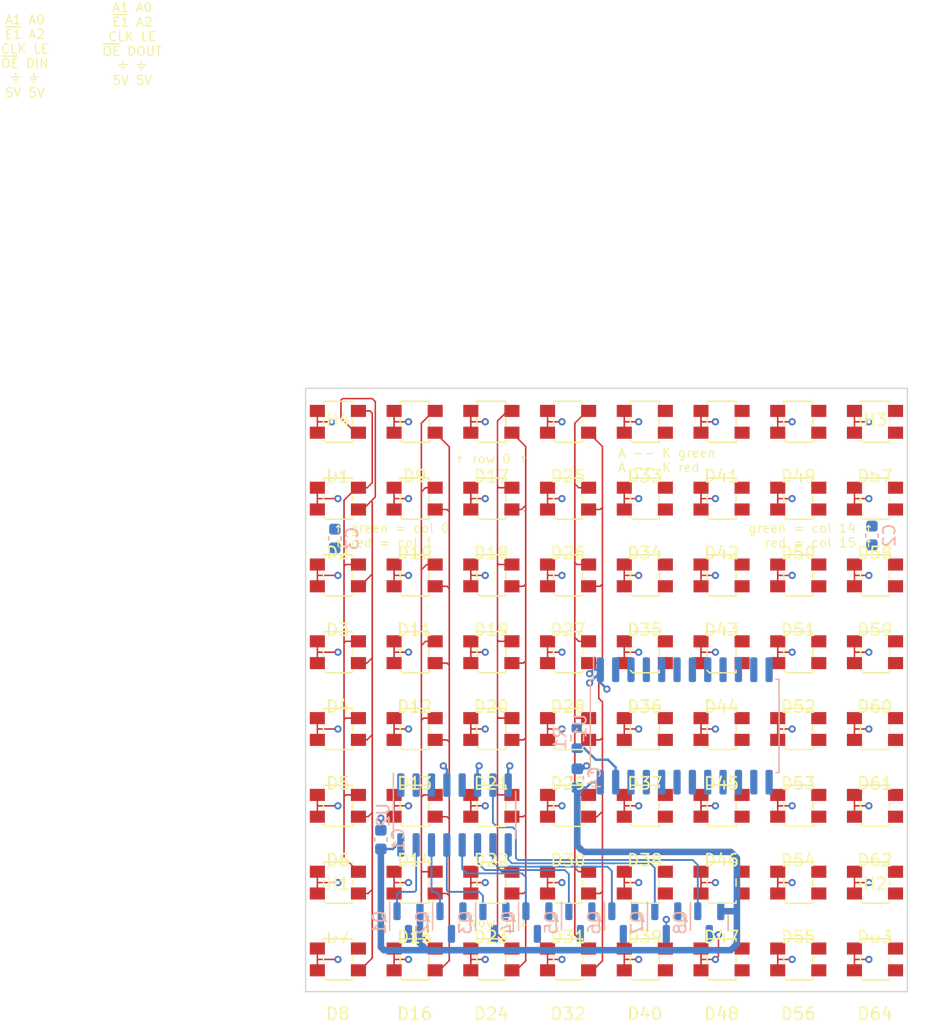
<source format=kicad_pcb>
(kicad_pcb (version 20220427) (generator pcbnew)
  (title_block (rev "1"))
  (layers (0 "F.Cu" signal) (1 "In1.Cu" signal) (2 "In2.Cu" signal) (31 "B.Cu" signal) (34 "B.Paste" user) (35 "F.Paste" user) (36 "B.SilkS" user "B.Silkscreen") (37 "F.SilkS" user "F.Silkscreen") (38 "B.Mask" user) (39 "F.Mask" user) (44 "Edge.Cuts" user))
  (net 0 "")
  (net 1 "/LED Matrix/K0")
  (net 2 "/LED Matrix/K1")
  (net 3 "/LED Matrix/K2")
  (net 4 "/LED Matrix/K3")
  (net 5 "/LED Matrix/K4")
  (net 6 "/LED Matrix/K5")
  (net 7 "/LED Matrix/K6")
  (net 8 "/LED Matrix/K7")
  (net 9 "/LED Matrix/K8")
  (net 10 "/LED Matrix/K9")
  (net 11 "/LED Matrix/K10")
  (net 12 "/LED Matrix/K11")
  (net 13 "/LED Matrix/K12")
  (net 14 "/LED Matrix/K13")
  (net 15 "/LED Matrix/K14")
  (net 16 "/LED Matrix/K15")
  (net 17 "/G0")
  (net 18 "+5V")
  (net 19 "/G1")
  (net 20 "/G2")
  (net 21 "/G3")
  (net 22 "/G4")
  (net 23 "/G5")
  (net 24 "/G6")
  (net 25 "/G7")
  (net 26 "/ROW_A0")
  (net 27 "/ROW_A2")
  (net 28 "/LE{slash}MOD{slash}CA")
  (net 29 "/DIN")
  (net 30 "GND")
  (net 31 "/ROW_A1")
  (net 32 "/ROW_~{E1}")
  (net 33 "/CLK")
  (net 34 "/~{OE}{slash}SW{slash}~{ED}")
  (net 35 "/DOUT")
  (net 36 "/A0")
  (net 37 "/A1")
  (net 38 "/A2")
  (net 39 "/A3")
  (net 40 "/A4")
  (net 41 "/A5")
  (net 42 "/A6")
  (net 43 "/A7")
  (net 44 "Net-(U1-R-EXT)")
  (footprint "panasonic_led_ln2162c68:LN2162C68" (layer "F.Cu") (at 90.17 95.25)
    (fp_text reference "D31")
    (fp_text value "LN2162C68")
  )
  (footprint "panasonic_led_ln2162c68:LN2162C68" (layer "F.Cu") (at 102.87 57.15)
    (fp_text reference "D41")
    (fp_text value "LN2162C68")
  )
  (footprint "panasonic_led_ln2162c68:LN2162C68" (layer "F.Cu") (at 115.57 95.25)
    (fp_text reference "D63")
    (fp_text value "LN2162C68")
  )
  (footprint "panasonic_led_ln2162c68:LN2162C68" (layer "F.Cu") (at 96.52 101.6)
    (fp_text reference "D40")
    (fp_text value "LN2162C68")
  )
  (footprint "panasonic_led_ln2162c68:LN2162C68" (layer "F.Cu") (at 102.87 95.25)
    (fp_text reference "D47")
    (fp_text value "LN2162C68")
  )
  (footprint "panasonic_led_ln2162c68:LN2162C68" (layer "F.Cu") (at 77.47 82.55)
    (fp_text reference "D13")
    (fp_text value "LN2162C68")
  )
  (footprint "panasonic_led_ln2162c68:LN2162C68" (layer "F.Cu") (at 96.52 88.9)
    (fp_text reference "D38")
    (fp_text value "LN2162C68")
  )
  (footprint "panasonic_led_ln2162c68:LN2162C68" (layer "F.Cu") (at 77.47 57.15)
    (fp_text reference "D9")
    (fp_text value "LN2162C68")
  )
  (footprint "panasonic_led_ln2162c68:LN2162C68" (layer "F.Cu") (at 109.22 101.6)
    (fp_text reference "D56")
    (fp_text value "LN2162C68")
  )
  (footprint "panasonic_led_ln2162c68:LN2162C68" (layer "F.Cu") (at 96.52 82.55)
    (fp_text reference "D37")
    (fp_text value "LN2162C68")
  )
  (footprint "panasonic_led_ln2162c68:LN2162C68" (layer "F.Cu") (at 77.47 101.6)
    (fp_text reference "D16")
    (fp_text value "LN2162C68")
  )
  (footprint "panasonic_led_ln2162c68:LN2162C68" (layer "F.Cu") (at 83.82 101.6)
    (fp_text reference "D24")
    (fp_text value "LN2162C68")
  )
  (footprint "panasonic_led_ln2162c68:LN2162C68" (layer "F.Cu") (at 102.87 101.6)
    (fp_text reference "D48")
    (fp_text value "LN2162C68")
  )
  (footprint "panasonic_led_ln2162c68:LN2162C68" (layer "F.Cu") (at 115.57 88.9)
    (fp_text reference "D62")
    (fp_text value "LN2162C68")
  )
  (footprint "panasonic_led_ln2162c68:LN2162C68" (layer "F.Cu") (at 71.12 63.5)
    (fp_text reference "D2")
    (fp_text value "LN2162C68")
  )
  (footprint "panasonic_led_ln2162c68:LN2162C68" (layer "F.Cu") (at 115.57 57.15)
    (fp_text reference "D57")
    (fp_text value "LN2162C68")
  )
  (footprint "panasonic_led_ln2162c68:LN2162C68" (layer "F.Cu") (at 109.22 76.2)
    (fp_text reference "D52")
    (fp_text value "LN2162C68")
  )
  (footprint "panasonic_led_ln2162c68:LN2162C68" (layer "F.Cu") (at 109.22 57.15)
    (fp_text reference "D49")
    (fp_text value "LN2162C68")
  )
  (footprint "panasonic_led_ln2162c68:LN2162C68" (layer "F.Cu") (at 115.57 101.6)
    (fp_text reference "D64")
    (fp_text value "LN2162C68")
  )
  (footprint "panasonic_led_ln2162c68:LN2162C68" (layer "F.Cu") (at 109.22 95.25)
    (fp_text reference "D55")
    (fp_text value "LN2162C68")
  )
  (footprint "MountingHole:MountingHole_2.2mm_M2" (layer "F.Cu") (at 71.12 98.552)
    (fp_text reference "H1")
    (fp_text value "MountingHole")
  )
  (footprint "panasonic_led_ln2162c68:LN2162C68" (layer "F.Cu") (at 83.82 69.85)
    (fp_text reference "D19")
    (fp_text value "LN2162C68")
  )
  (footprint "panasonic_led_ln2162c68:LN2162C68" (layer "F.Cu") (at 71.12 57.15)
    (fp_text reference "D1")
    (fp_text value "LN2162C68")
  )
  (footprint "panasonic_led_ln2162c68:LN2162C68" (layer "F.Cu") (at 71.12 88.9)
    (fp_text reference "D6")
    (fp_text value "LN2162C68")
  )
  (footprint "panasonic_led_ln2162c68:LN2162C68" (layer "F.Cu") (at 90.17 88.9)
    (fp_text reference "D30")
    (fp_text value "LN2162C68")
  )
  (footprint "panasonic_led_ln2162c68:LN2162C68" (layer "F.Cu") (at 83.82 57.15)
    (fp_text reference "D17")
    (fp_text value "LN2162C68")
  )
  (footprint "panasonic_led_ln2162c68:LN2162C68" (layer "F.Cu") (at 102.87 88.9)
    (fp_text reference "D46")
    (fp_text value "LN2162C68")
  )
  (footprint "panasonic_led_ln2162c68:LN2162C68" (layer "F.Cu") (at 109.22 69.85)
    (fp_text reference "D51")
    (fp_text value "LN2162C68")
  )
  (footprint "MountingHole:MountingHole_2.2mm_M2" (layer "F.Cu") (at 71.12 60.198)
    (fp_text reference "H4")
    (fp_text value "MountingHole")
  )
  (footprint "panasonic_led_ln2162c68:LN2162C68" (layer "F.Cu") (at 90.17 82.55)
    (fp_text reference "D29")
    (fp_text value "LN2162C68")
  )
  (footprint "panasonic_led_ln2162c68:LN2162C68" (layer "F.Cu") (at 90.17 76.2)
    (fp_text reference "D28")
    (fp_text value "LN2162C68")
  )
  (footprint "panasonic_led_ln2162c68:LN2162C68" (layer "F.Cu") (at 96.52 69.85)
    (fp_text reference "D35")
    (fp_text value "LN2162C68")
  )
  (footprint "panasonic_led_ln2162c68:LN2162C68" (layer "F.Cu") (at 96.52 95.25)
    (fp_text reference "D39")
    (fp_text value "LN2162C68")
  )
  (footprint "panasonic_led_ln2162c68:LN2162C68" (layer "F.Cu") (at 109.22 82.55)
    (fp_text reference "D53")
    (fp_text value "LN2162C68")
  )
  (footprint "MountingHole:MountingHole_2.2mm_M2" (layer "F.Cu") (at 115.57 60.198)
    (fp_text reference "H3")
    (fp_text value "MountingHole")
  )
  (footprint "panasonic_led_ln2162c68:LN2162C68" (layer "F.Cu") (at 115.57 82.55)
    (fp_text reference "D61")
    (fp_text value "LN2162C68")
  )
  (footprint "panasonic_led_ln2162c68:LN2162C68" (layer "F.Cu") (at 71.12 69.85)
    (fp_text reference "D3")
    (fp_text value "LN2162C68")
  )
  (footprint "panasonic_led_ln2162c68:LN2162C68" (layer "F.Cu") (at 83.82 95.25)
    (fp_text reference "D23")
    (fp_text value "LN2162C68")
  )
  (footprint "panasonic_led_ln2162c68:LN2162C68" (layer "F.Cu") (at 96.52 76.2)
    (fp_text reference "D36")
    (fp_text value "LN2162C68")
  )
  (footprint "panasonic_led_ln2162c68:LN2162C68" (layer "F.Cu") (at 71.12 95.25)
    (fp_text reference "D7")
    (fp_text value "LN2162C68")
  )
  (footprint "panasonic_led_ln2162c68:LN2162C68" (layer "F.Cu") (at 102.87 82.55)
    (fp_text reference "D45")
    (fp_text value "LN2162C68")
  )
  (footprint "panasonic_led_ln2162c68:LN2162C68" (layer "F.Cu") (at 115.57 76.2)
    (fp_text reference "D60")
    (fp_text value "LN2162C68")
  )
  (footprint "panasonic_led_ln2162c68:LN2162C68" (layer "F.Cu") (at 83.82 76.2)
    (fp_text reference "D20")
    (fp_text value "LN2162C68")
  )
  (footprint "panasonic_led_ln2162c68:LN2162C68" (layer "F.Cu") (at 90.17 69.85)
    (fp_text reference "D27")
    (fp_text value "LN2162C68")
  )
  (footprint "panasonic_led_ln2162c68:LN2162C68" (layer "F.Cu") (at 83.82 88.9)
    (fp_text reference "D22")
    (fp_text value "LN2162C68")
  )
  (footprint "panasonic_led_ln2162c68:LN2162C68" (layer "F.Cu") (at 77.47 95.25)
    (fp_text reference "D15")
    (fp_text value "LN2162C68")
  )
  (footprint "MountingHole:MountingHole_2.2mm_M2" (layer "F.Cu") (at 115.57 98.552)
    (fp_text reference "H2")
    (fp_text value "MountingHole")
  )
  (footprint "panasonic_led_ln2162c68:LN2162C68" (layer "F.Cu") (at 102.87 63.5)
    (fp_text reference "D42")
    (fp_text value "LN2162C68")
  )
  (footprint "panasonic_led_ln2162c68:LN2162C68" (layer "F.Cu") (at 102.87 76.2)
    (fp_text reference "D44")
    (fp_text value "LN2162C68")
  )
  (footprint "panasonic_led_ln2162c68:LN2162C68" (layer "F.Cu") (at 109.22 88.9)
    (fp_text reference "D54")
    (fp_text value "LN2162C68")
  )
  (footprint "panasonic_led_ln2162c68:LN2162C68" (layer "F.Cu") (at 90.17 101.6)
    (fp_text reference "D32")
    (fp_text value "LN2162C68")
  )
  (footprint "panasonic_led_ln2162c68:LN2162C68" (layer "F.Cu") (at 90.17 63.5)
    (fp_text reference "D26")
    (fp_text value "LN2162C68")
  )
  (footprint "panasonic_led_ln2162c68:LN2162C68" (layer "F.Cu") (at 77.47 69.85)
    (fp_text reference "D11")
    (fp_text value "LN2162C68")
  )
  (footprint "panasonic_led_ln2162c68:LN2162C68" (layer "F.Cu") (at 77.47 76.2)
    (fp_text reference "D12")
    (fp_text value "LN2162C68")
  )
  (footprint "panasonic_led_ln2162c68:LN2162C68" (layer "F.Cu") (at 96.52 57.15)
    (fp_text reference "D33")
    (fp_text value "LN2162C68")
  )
  (footprint "panasonic_led_ln2162c68:LN2162C68" (layer "F.Cu") (at 90.17 57.15)
    (fp_text reference "D25")
    (fp_text value "LN2162C68")
  )
  (footprint "panasonic_led_ln2162c68:LN2162C68" (layer "F.Cu") (at 71.12 82.55)
    (fp_text reference "D5")
    (fp_text value "LN2162C68")
  )
  (footprint "panasonic_led_ln2162c68:LN2162C68" (layer "F.Cu") (at 115.57 69.85)
    (fp_text reference "D59")
    (fp_text value "LN2162C68")
  )
  (footprint "panasonic_led_ln2162c68:LN2162C68" (layer "F.Cu") (at 71.12 76.2)
    (fp_text reference "D4")
    (fp_text value "LN2162C68")
  )
  (footprint "panasonic_led_ln2162c68:LN2162C68" (layer "F.Cu") (at 102.87 69.85)
    (fp_text reference "D43")
    (fp_text value "LN2162C68")
  )
  (footprint "panasonic_led_ln2162c68:LN2162C68" (layer "F.Cu") (at 77.47 63.5)
    (fp_text reference "D10")
    (fp_text value "LN2162C68")
  )
  (footprint "panasonic_led_ln2162c68:LN2162C68" (layer "F.Cu") (at 77.47 88.9)
    (fp_text reference "D14")
    (fp_text value "LN2162C68")
  )
  (footprint "panasonic_led_ln2162c68:LN2162C68" (layer "F.Cu") (at 109.22 63.5)
    (fp_text reference "D50")
    (fp_text value "LN2162C68")
  )
  (footprint "panasonic_led_ln2162c68:LN2162C68" (layer "F.Cu") (at 71.12 101.6)
    (fp_text reference "D8")
    (fp_text value "LN2162C68")
  )
  (footprint "panasonic_led_ln2162c68:LN2162C68" (layer "F.Cu") (at 83.82 82.55)
    (fp_text reference "D21")
    (fp_text value "LN2162C68")
  )
  (footprint "panasonic_led_ln2162c68:LN2162C68" (layer "F.Cu") (at 96.52 63.5)
    (fp_text reference "D34")
    (fp_text value "LN2162C68")
  )
  (footprint "panasonic_led_ln2162c68:LN2162C68" (layer "F.Cu") (at 115.57 63.5)
    (fp_text reference "D58")
    (fp_text value "LN2162C68")
  )
  (footprint "panasonic_led_ln2162c68:LN2162C68" (layer "F.Cu") (at 83.82 63.5)
    (fp_text reference "D18")
    (fp_text value "LN2162C68")
  )
  (footprint "Package_TO_SOT_SMD:SOT-23" (layer "B.Cu") (at 87.63 98.552 -90)
    (fp_text reference "Q4")
    (fp_text value "BSS84")
  )
  (footprint "Package_TO_SOT_SMD:SOT-23" (layer "B.Cu") (at 101.854 98.552 -90)
    (fp_text reference "Q8")
    (fp_text value "BSS84")
  )
  (footprint "Package_TO_SOT_SMD:SOT-23" (layer "B.Cu") (at 84.074 98.552 -90)
    (fp_text reference "Q3")
    (fp_text value "BSS84")
  )
  (footprint "Resistor_SMD:R_0603_1608Metric" (layer "B.Cu") (at 90.932 83.312 -90)
    (fp_text reference "R1")
    (fp_text value "10k")
  )
  (footprint "Package_SO:SOIC-24W_7.5x15.4mm_P1.27mm" (layer "B.Cu") (at 99.822 82.296 -90)
    (fp_text reference "U1")
    (fp_text value "mbi5029gd")
  )
  (footprint "Package_TO_SOT_SMD:SOT-23" (layer "B.Cu") (at 91.186 98.552 -90)
    (fp_text reference "Q5")
    (fp_text value "BSS84")
  )
  (footprint "Package_TO_SOT_SMD:SOT-23" (layer "B.Cu") (at 94.742 98.552 -90)
    (fp_text reference "Q6")
    (fp_text value "BSS84")
  )
  (footprint "Package_TO_SOT_SMD:SOT-23" (layer "B.Cu") (at 80.518 98.552 -90)
    (fp_text reference "Q2")
    (fp_text value "BSS84")
  )
  (footprint "Package_SO:SOIC-16_3.9x9.9mm_P1.27mm" (layer "B.Cu") (at 80.772 89.662 -90)
    (fp_text reference "U2")
    (fp_text value "74HC137")
  )
  (footprint "Capacitor_SMD:C_0603_1608Metric" (layer "B.Cu") (at 90.932 86.614 90)
    (fp_text reference "C4")
    (fp_text value "100n")
  )
  (footprint "Package_TO_SOT_SMD:SOT-23" (layer "B.Cu") (at 98.298 98.552 -90)
    (fp_text reference "Q7")
    (fp_text value "BSS84")
  )
  (footprint "Capacitor_SMD:C_0603_1608Metric" (layer "B.Cu") (at 74.676 91.694 90)
    (fp_text reference "C1")
    (fp_text value "100n")
  )
  (footprint "Capacitor_SMD:C_0603_1608Metric" (layer "B.Cu") (at 70.866 66.802 90)
    (fp_text reference "C3")
    (fp_text value "10u")
  )
  (footprint "Capacitor_SMD:C_0603_1608Metric" (layer "B.Cu") (at 115.316 66.548 90)
    (fp_text reference "C2")
    (fp_text value "10u")
  )
  (footprint "Package_TO_SOT_SMD:SOT-23" (layer "B.Cu") (at 76.962 98.552 -90)
    (fp_text reference "Q1")
    (fp_text value "BSS84")
  )
  (gr_line (start 118.245 104.267) (end 68.445 104.267) (stroke (width 0.1)) (layer "Edge.Cuts"))
  (gr_line (start 68.445 104.267) (end 68.445 54.38) (stroke (width 0.1)) (layer "Edge.Cuts"))
  (gr_line (start 118.245 54.38) (end 118.245 104.267) (stroke (width 0.1)) (layer "Edge.Cuts"))
  (gr_line (start 118.245 54.38) (end 68.445 54.38) (stroke (width 0.1)) (layer "Edge.Cuts"))
  (gr_text "↑ row 0 ↑" (at 83.82 60.198) (layer "F.SilkS") (effects (font (size 0.75 0.75) (thickness 0.1))))
  (gr_text "↑ green = col 0\n↑ red = col 1" (at 70.612 66.548) (layer "F.SilkS") (effects (font (size 0.75 0.75) (thickness 0.1)) (justify left)))
  (gr_text "green = col 14 ↑\nred = col 15 ↑" (at 115.57 66.548) (layer "F.SilkS") (effects (font (size 0.75 0.75) (thickness 0.1)) (justify right)))
  (gr_text "A1 A0\n~{E1} A2\nCLK LE\n~{OE} DOUT\n⏚ ⏚\n5V 5V" (at 54.102 25.908) (layer "F.SilkS") (effects (font (size 0.75 0.75) (thickness 0.1))))
  (gr_text "↓ row 7 ↓" (at 83.82 98.552) (layer "F.SilkS") (effects (font (size 0.75 0.75) (thickness 0.1))))
  (gr_text "A -- K green\nA -- K red" (at 94.234 60.325) (layer "F.SilkS") (effects (font (size 0.75 0.75) (thickness 0.1)) (justify left)))
  (gr_text "A1 A0\n~{E1} A2\nCLK LE\n~{OE} DIN\n⏚ ⏚\n5V 5V" (at 45.212 26.924) (layer "F.SilkS") (effects (font (size 0.75 0.75) (thickness 0.1))))
  (segment (start 73.544 62.6) (end 72.82 62.6) (width 0.127) (layer "F.Cu") (net 1))
  (segment (start 71.628 88.138) (end 71.628 93.158) (width 0.127) (layer "F.Cu") (net 1))
  (segment (start 73.9625 56.4365) (end 73.9625 62.1815) (width 0.127) (layer "F.Cu") (net 1))
  (segment (start 71.628 75.438) (end 71.628 81.788) (width 0.127) (layer "F.Cu") (net 1))
  (segment (start 72.82 88) (end 71.766 88) (width 0.127) (layer "F.Cu") (net 1))
  (segment (start 72.82 75.3) (end 71.766 75.3) (width 0.127) (layer "F.Cu") (net 1))
  (segment (start 71.628 93.158) (end 72.82 94.35) (width 0.127) (layer "F.Cu") (net 1))
  (segment (start 72.82 56.25) (end 73.776 56.25) (width 0.127) (layer "F.Cu") (net 1))
  (segment (start 71.628 81.788) (end 71.628 88.138) (width 0.127) (layer "F.Cu") (net 1))
  (segment (start 72.6645 62.6) (end 71.628 63.6365) (width 0.127) (layer "F.Cu") (net 1))
  (segment (start 72.82 56.25) (end 72.46 56.25) (width 0.127) (layer "F.Cu") (net 1))
  (segment (start 71.766 88) (end 71.628 88.138) (width 0.127) (layer "F.Cu") (net 1))
  (segment (start 71.766 75.3) (end 71.628 75.438) (width 0.127) (layer "F.Cu") (net 1))
  (segment (start 72.82 68.95) (end 71.766 68.95) (width 0.127) (layer "F.Cu") (net 1))
  (segment (start 71.628 63.6365) (end 71.628 75.438) (width 0.127) (layer "F.Cu") (net 1))
  (segment (start 71.766 68.95) (end 71.628 69.088) (width 0.127) (layer "F.Cu") (net 1))
  (segment (start 71.766 81.65) (end 71.628 81.788) (width 0.127) (layer "F.Cu") (net 1))
  (segment (start 72.82 81.65) (end 71.766 81.65) (width 0.127) (layer "F.Cu") (net 1))
  (segment (start 73.776 56.25) (end 73.9625 56.4365) (width 0.127) (layer "F.Cu") (net 1))
  (segment (start 72.82 62.6) (end 72.6645 62.6) (width 0.127) (layer "F.Cu") (net 1))
  (segment (start 73.9625 62.1815) (end 73.544 62.6) (width 0.127) (layer "F.Cu") (net 1))
  (segment (start 72.945 102.5) (end 72.82 102.5) (width 0.127) (layer "F.Cu") (net 2))
  (segment (start 73.9625 101.4825) (end 72.945 102.5) (width 0.127) (layer "F.Cu") (net 2))
  (segment (start 73.18 64.4) (end 73.87 63.71) (width 0.127) (layer "F.Cu") (net 2))
  (segment (start 73.9625 95.8065) (end 73.9625 101.4825) (width 0.127) (layer "F.Cu") (net 2))
  (segment (start 72.82 64.4) (end 73.18 64.4) (width 0.127) (layer "F.Cu") (net 2))
  (segment (start 72.82 96.15) (end 73.619 96.15) (width 0.127) (layer "F.Cu") (net 2))
  (segment (start 73.9625 76.6595) (end 73.9625 83.0095) (width 0.127) (layer "F.Cu") (net 2))
  (segment (start 73.9625 69.7325) (end 73.9625 63.8025) (width 0.127) (layer "F.Cu") (net 2))
  (segment (start 73.619 89.8) (end 73.9625 89.4565) (width 0.127) (layer "F.Cu") (net 2))
  (segment (start 72.82 70.75) (end 72.945 70.75) (width 0.127) (layer "F.Cu") (net 2))
  (segment (start 74.2165 63.3635) (end 74.2165 55.4865) (width 0.127) (layer "F.Cu") (net 2))
  (segment (start 73.87 63.71) (end 74.2165 63.3635) (width 0.127) (layer "F.Cu") (net 2))
  (segment (start 73.619 96.15) (end 73.9625 95.8065) (width 0.127) (layer "F.Cu") (net 2))
  (segment (start 71.374 56.8465) (end 72.5775 58.05) (width 0.127) (layer "F.Cu") (net 2))
  (segment (start 74.2165 55.4865) (end 73.9625 55.2325) (width 0.127) (layer "F.Cu") (net 2))
  (segment (start 73.9625 63.8025) (end 73.87 63.71) (width 0.127) (layer "F.Cu") (net 2))
  (segment (start 73.9625 89.4565) (end 73.9625 95.8065) (width 0.127) (layer "F.Cu") (net 2))
  (segment (start 73.9625 55.2325) (end 71.5135 55.2325) (width 0.127) (layer "F.Cu") (net 2))
  (segment (start 72.82 89.8) (end 73.619 89.8) (width 0.127) (layer "F.Cu") (net 2))
  (segment (start 72.82 77.1) (end 73.522 77.1) (width 0.127) (layer "F.Cu") (net 2))
  (segment (start 72.945 70.75) (end 73.9625 69.7325) (width 0.127) (layer "F.Cu") (net 2))
  (segment (start 72.5775 58.05) (end 72.82 58.05) (width 0.127) (layer "F.Cu") (net 2))
  (segment (start 73.522 77.1) (end 73.9625 76.6595) (width 0.127) (layer "F.Cu") (net 2))
  (segment (start 73.9625 69.7325) (end 73.9625 76.6595) (width 0.127) (layer "F.Cu") (net 2))
  (segment (start 71.5135 55.2325) (end 71.374 55.372) (width 0.127) (layer "F.Cu") (net 2))
  (segment (start 73.522 83.45) (end 73.9625 83.0095) (width 0.127) (layer "F.Cu") (net 2))
  (segment (start 71.374 55.372) (end 71.374 56.8465) (width 0.127) (layer "F.Cu") (net 2))
  (segment (start 72.82 83.45) (end 73.522 83.45) (width 0.127) (layer "F.Cu") (net 2))
  (segment (start 73.9625 83.0095) (end 73.9625 89.4565) (width 0.127) (layer "F.Cu") (net 2))
  (segment (start 78.0275 62.9425) (end 78.0275 69.3915) (width 0.127) (layer "F.Cu") (net 3))
  (segment (start 79.17 94.35) (end 78.094 94.35) (width 0.127) (layer "F.Cu") (net 3))
  (segment (start 79.17 75.3) (end 78.37 75.3) (width 0.127) (layer "F.Cu") (net 3))
  (segment (start 78.094 94.35) (end 78.0275 94.2835) (width 0.127) (layer "F.Cu") (net 3))
  (segment (start 78.215 81.65) (end 78.0275 81.8375) (width 0.127) (layer "F.Cu") (net 3))
  (segment (start 78.0275 69.3915) (end 78.0275 75.6425) (width 0.127) (layer "F.Cu") (net 3))
  (segment (start 78.37 75.3) (end 78.0275 75.6425) (width 0.127) (layer "F.Cu") (net 3))
  (segment (start 78.0275 75.6425) (end 78.0275 81.8375) (width 0.127) (layer "F.Cu") (net 3))
  (segment (start 78.0275 57.2675) (end 78.0275 62.9425) (width 0.127) (layer "F.Cu") (net 3))
  (segment (start 78.0275 94.2835) (end 78.0275 99.5575) (width 0.127) (layer "F.Cu") (net 3))
  (segment (start 79.17 81.65) (end 78.215 81.65) (width 0.127) (layer "F.Cu") (net 3))
  (segment (start 78.37 62.6) (end 78.0275 62.9425) (width 0.127) (layer "F.Cu") (net 3))
  (segment (start 78.0275 81.8375) (end 78.0275 88.1875) (width 0.127) (layer "F.Cu") (net 3))
  (segment (start 78.0275 88.1875) (end 78.0275 94.2835) (width 0.127) (layer "F.Cu") (net 3))
  (segment (start 78.215 88) (end 78.0275 88.1875) (width 0.127) (layer "F.Cu") (net 3))
  (segment (start 79.17 62.6) (end 78.37 62.6) (width 0.127) (layer "F.Cu") (net 3))
  (segment (start 79.17 56.25) (end 79.045 56.25) (width 0.127) (layer "F.Cu") (net 3))
  (segment (start 78.469 68.95) (end 78.0275 69.3915) (width 0.127) (layer "F.Cu") (net 3))
  (segment (start 78.0275 99.5575) (end 79.17 100.7) (width 0.127) (layer "F.Cu") (net 3))
  (segment (start 79.17 68.95) (end 78.469 68.95) (width 0.127) (layer "F.Cu") (net 3))
  (segment (start 79.17 88) (end 78.215 88) (width 0.127) (layer "F.Cu") (net 3))
  (segment (start 79.045 56.25) (end 78.0275 57.2675) (width 0.127) (layer "F.Cu") (net 3))
  (segment (start 79.17 102.5) (end 79.53 102.5) (width 0.127) (layer "F.Cu") (net 4))
  (segment (start 80.335901 70.937901) (end 80.335901 64.587901) (width 0.127) (layer "F.Cu") (net 4))
  (segment (start 79.17 70.75) (end 80.148 70.75) (width 0.127) (layer "F.Cu") (net 4))
  (segment (start 80.335901 83.637901) (end 80.335901 77.287901) (width 0.127) (layer "F.Cu") (net 4))
  (segment (start 80.148 64.4) (end 80.335901 64.587901) (width 0.127) (layer "F.Cu") (net 4))
  (segment (start 80.335901 101.694099) (end 80.335901 96.337901) (width 0.127) (layer "F.Cu") (net 4))
  (segment (start 79.53 102.5) (end 80.335901 101.694099) (width 0.127) (layer "F.Cu") (net 4))
  (segment (start 80.148 70.75) (end 80.335901 70.937901) (width 0.127) (layer "F.Cu") (net 4))
  (segment (start 80.335901 96.337901) (end 80.335901 89.987901) (width 0.127) (layer "F.Cu") (net 4))
  (segment (start 80.335901 89.987901) (end 80.335901 83.637901) (width 0.127) (layer "F.Cu") (net 4))
  (segment (start 80.148 96.15) (end 80.335901 96.337901) (width 0.127) (layer "F.Cu") (net 4))
  (segment (start 79.17 83.45) (end 80.148 83.45) (width 0.127) (layer "F.Cu") (net 4))
  (segment (start 80.335901 59.215901) (end 79.17 58.05) (width 0.127) (layer "F.Cu") (net 4))
  (segment (start 79.17 64.4) (end 80.148 64.4) (width 0.127) (layer "F.Cu") (net 4))
  (segment (start 80.148 77.1) (end 80.335901 77.287901) (width 0.127) (layer "F.Cu") (net 4))
  (segment (start 79.17 96.15) (end 80.148 96.15) (width 0.127) (layer "F.Cu") (net 4))
  (segment (start 79.17 77.1) (end 80.148 77.1) (width 0.127) (layer "F.Cu") (net 4))
  (segment (start 80.335901 64.587901) (end 80.335901 59.215901) (width 0.127) (layer "F.Cu") (net 4))
  (segment (start 79.17 89.8) (end 80.148 89.8) (width 0.127) (layer "F.Cu") (net 4))
  (segment (start 80.148 89.8) (end 80.335901 89.987901) (width 0.127) (layer "F.Cu") (net 4))
  (segment (start 80.335901 77.287901) (end 80.335901 70.937901) (width 0.127) (layer "F.Cu") (net 4))
  (segment (start 80.148 83.45) (end 80.335901 83.637901) (width 0.127) (layer "F.Cu") (net 4))
  (segment (start 85.52 75.3) (end 84.444 75.3) (width 0.127) (layer "F.Cu") (net 5))
  (segment (start 84.328 75.184) (end 84.328 93.98) (width 0.127) (layer "F.Cu") (net 5))
  (segment (start 84.328 99.508) (end 85.52 100.7) (width 0.127) (layer "F.Cu") (net 5))
  (segment (start 84.328 93.98) (end 84.328 99.508) (width 0.127) (layer "F.Cu") (net 5))
  (segment (start 84.444 81.65) (end 84.328 81.534) (width 0.127) (layer "F.Cu") (net 5))
  (segment (start 84.444 75.3) (end 84.328 75.184) (width 0.127) (layer "F.Cu") (net 5))
  (segment (start 85.52 62.6) (end 84.444 62.6) (width 0.127) (layer "F.Cu") (net 5))
  (segment (start 84.444 88) (end 84.328 87.884) (width 0.127) (layer "F.Cu") (net 5))
  (segment (start 85.52 68.95) (end 84.444 68.95) (width 0.127) (layer "F.Cu") (net 5))
  (segment (start 85.52 88) (end 84.444 88) (width 0.127) (layer "F.Cu") (net 5))
  (segment (start 85.16 56.25) (end 84.328 57.082) (width 0.127) (layer "F.Cu") (net 5))
  (segment (start 84.328 57.082) (end 84.328 62.484) (width 0.127) (layer "F.Cu") (net 5))
  (segment (start 84.328 62.484) (end 84.328 68.834) (width 0.127) (layer "F.Cu") (net 5))
  (segment (start 84.444 68.95) (end 84.328 68.834) (width 0.127) (layer "F.Cu") (net 5))
  (segment (start 84.444 62.6) (end 84.328 62.484) (width 0.127) (layer "F.Cu") (net 5))
  (segment (start 85.52 94.35) (end 84.698 94.35) (width 0.127) (layer "F.Cu") (net 5))
  (segment (start 85.52 56.25) (end 85.16 56.25) (width 0.127) (layer "F.Cu") (net 5))
  (segment (start 84.698 94.35) (end 84.328 93.98) (width 0.127) (layer "F.Cu") (net 5))
  (segment (start 85.52 81.65) (end 84.444 81.65) (width 0.127) (layer "F.Cu") (net 5))
  (segment (start 84.328 68.834) (end 84.328 75.184) (width 0.127) (layer "F.Cu") (net 5))
  (segment (start 85.52 96.15) (end 86.476 96.15) (width 0.127) (layer "F.Cu") (net 6))
  (segment (start 86.6625 59.1925) (end 86.6625 64.0565) (width 0.127) (layer "F.Cu") (net 6))
  (segment (start 86.6625 64.5645) (end 86.6625 70.5635) (width 0.127) (layer "F.Cu") (net 6))
  (segment (start 86.476 77.1) (end 86.6625 76.9135) (width 0.127) (layer "F.Cu") (net 6))
  (segment (start 86.614 64.516) (end 86.6625 64.5645) (width 0.127) (layer "F.Cu") (net 6))
  (segment (start 86.319 64.4) (end 86.6625 64.0565) (width 0.127) (layer "F.Cu") (net 6))
  (segment (start 86.476 96.15) (end 86.6625 95.9635) (width 0.127) (layer "F.Cu") (net 6))
  (segment (start 85.52 58.05) (end 86.6625 59.1925) (width 0.127) (layer "F.Cu") (net 6))
  (segment (start 86.6625 76.9135) (end 86.6625 83.2635) (width 0.127) (layer "F.Cu") (net 6))
  (segment (start 86.6625 70.5635) (end 86.6625 76.9135) (width 0.127) (layer "F.Cu") (net 6))
  (segment (start 85.52 70.75) (end 86.476 70.75) (width 0.127) (layer "F.Cu") (net 6))
  (segment (start 86.476 70.75) (end 86.6625 70.5635) (width 0.127) (layer "F.Cu") (net 6))
  (segment (start 85.52 64.4) (end 86.319 64.4) (width 0.127) (layer "F.Cu") (net 6))
  (segment (start 85.88 102.5) (end 85.52 102.5) (width 0.127) (layer "F.Cu") (net 6))
  (segment (start 86.476 89.8) (end 86.614 89.662) (width 0.127) (layer "F.Cu") (net 6))
  (segment (start 86.6625 95.9635) (end 86.6625 101.7175) (width 0.127) (layer "F.Cu") (net 6))
  (segment (start 86.476 83.45) (end 86.6625 83.2635) (width 0.127) (layer "F.Cu") (net 6))
  (segment (start 86.6625 64.0565) (end 86.6625 64.4675) (width 0.127) (layer "F.Cu") (net 6))
  (segment (start 86.6625 101.7175) (end 85.88 102.5) (width 0.127) (layer "F.Cu") (net 6))
  (segment (start 86.6625 83.2635) (end 86.6625 95.9635) (width 0.127) (layer "F.Cu") (net 6))
  (segment (start 85.52 89.8) (end 86.476 89.8) (width 0.127) (layer "F.Cu") (net 6))
  (segment (start 85.52 83.45) (end 86.476 83.45) (width 0.127) (layer "F.Cu") (net 6))
  (segment (start 86.6625 64.4675) (end 86.614 64.516) (width 0.127) (layer "F.Cu") (net 6))
  (segment (start 85.52 77.1) (end 86.476 77.1) (width 0.127) (layer "F.Cu") (net 6))
  (segment (start 91.745 56.25) (end 90.7275 57.2675) (width 0.127) (layer "F.Cu") (net 7))
  (segment (start 90.7275 99.5575) (end 91.87 100.7) (width 0.127) (layer "F.Cu") (net 7))
  (segment (start 90.893 88) (end 90.7275 87.8345) (width 0.127) (layer "F.Cu") (net 7))
  (segment (start 91.87 88) (end 90.893 88) (width 0.127) (layer "F.Cu") (net 7))
  (segment (start 91.87 94.35) (end 91.048 94.35) (width 0.127) (layer "F.Cu") (net 7))
  (segment (start 91.048 62.6) (end 90.7275 62.2795) (width 0.127) (layer "F.Cu") (net 7))
  (segment (start 90.7275 94.0295) (end 90.7275 99.5575) (width 0.127) (layer "F.Cu") (net 7))
  (segment (start 90.7275 74.9795) (end 90.7275 81.4845) (width 0.127) (layer "F.Cu") (net 7))
  (segment (start 90.7275 57.2675) (end 90.7275 62.2795) (width 0.127) (layer "F.Cu") (net 7))
  (segment (start 90.7275 68.7845) (end 90.7275 74.9795) (width 0.127) (layer "F.Cu") (net 7))
  (segment (start 91.87 75.3) (end 91.048 75.3) (width 0.127) (layer "F.Cu") (net 7))
  (segment (start 90.893 81.65) (end 90.7275 81.4845) (width 0.127) (layer "F.Cu") (net 7))
  (segment (start 90.893 68.95) (end 90.7275 68.7845) (width 0.127) (layer "F.Cu") (net 7))
  (segment (start 91.048 94.35) (end 90.7275 94.0295) (width 0.127) (layer "F.Cu") (net 7))
  (segment (start 91.87 56.25) (end 91.745 56.25) (width 0.127) (layer "F.Cu") (net 7))
  (segment (start 91.87 62.6) (end 91.048 62.6) (width 0.127) (layer "F.Cu") (net 7))
  (segment (start 90.7275 81.4845) (end 90.7275 87.8345) (width 0.127) (layer "F.Cu") (net 7))
  (segment (start 91.048 75.3) (end 90.7275 74.9795) (width 0.127) (layer "F.Cu") (net 7))
  (segment (start 91.87 81.65) (end 90.893 81.65) (width 0.127) (layer "F.Cu") (net 7))
  (segment (start 90.7275 62.2795) (end 90.7275 68.7845) (width 0.127) (layer "F.Cu") (net 7))
  (segment (start 91.87 68.95) (end 90.893 68.95) (width 0.127) (layer "F.Cu") (net 7))
  (segment (start 90.7275 87.8345) (end 90.7275 94.0295) (width 0.127) (layer "F.Cu") (net 7))
  (segment (start 92.826 77.1) (end 92.964 76.962) (width 0.127) (layer "F.Cu") (net 8))
  (segment (start 93.0125 59.1925) (end 93.0125 64.2135) (width 0.127) (layer "F.Cu") (net 8))
  (segment (start 93.0125 101.7175) (end 92.23 102.5) (width 0.127) (layer "F.Cu") (net 8))
  (segment (start 91.87 83.45) (end 92.826 83.45) (width 0.127) (layer "F.Cu") (net 8))
  (segment (start 92.572 89.8) (end 93.0125 89.3595) (width 0.127) (layer "F.Cu") (net 8))
  (segment (start 92.826 70.75) (end 92.964 70.612) (width 0.127) (layer "F.Cu") (net 8))
  (segment (start 93.0125 64.2135) (end 93.0125 78.4375) (width 0.127) (layer "F.Cu") (net 8))
  (segment (start 93.0125 78.4375) (end 92.71 78.74) (width 0.127) (layer "F.Cu") (net 8))
  (segment (start 93.0125 95.9635) (end 93.0125 101.7175) (width 0.127) (layer "F.Cu") (net 8))
  (segment (start 93.0125 83.2635) (end 93.0125 89.3595) (width 0.127) (layer "F.Cu") (net 8))
  (segment (start 92.826 96.15) (end 93.0125 95.9635) (width 0.127) (layer "F.Cu") (net 8))
  (segment (start 91.87 96.15) (end 92.826 96.15) (width 0.127) (layer "F.Cu") (net 8))
  (segment (start 93.0125 89.3595) (end 93.0125 95.9635) (width 0.127) (layer "F.Cu") (net 8))
  (segment (start 91.87 64.4) (end 92.826 64.4) (width 0.127) (layer "F.Cu") (net 8))
  (segment (start 92.23 102.5) (end 91.87 102.5) (width 0.127) (layer "F.Cu") (net 8))
  (segment (start 91.87 89.8) (end 92.572 89.8) (width 0.127) (layer "F.Cu") (net 8))
  (segment (start 91.87 77.1) (end 92.826 77.1) (width 0.127) (layer "F.Cu") (net 8))
  (segment (start 92.826 83.45) (end 93.0125 83.2635) (width 0.127) (layer "F.Cu") (net 8))
  (segment (start 92.71 80.01) (end 93.0125 80.3125) (width 0.127) (layer "F.Cu") (net 8))
  (segment (start 91.87 70.75) (end 92.826 70.75) (width 0.127) (layer "F.Cu") (net 8))
  (segment (start 91.87 58.05) (end 93.0125 59.1925) (width 0.127) (layer "F.Cu") (net 8))
  (segment (start 92.826 64.4) (end 93.0125 64.2135) (width 0.127) (layer "F.Cu") (net 8))
  (segment (start 93.0125 80.3125) (end 93.0125 83.2635) (width 0.127) (layer "F.Cu") (net 8))
  (segment (start 92.71 78.74) (end 92.71 80.01) (width 0.127) (layer "F.Cu") (net 8))
  (segment (start 76.012 96.2) (end 76.012 97.6145) (width 0.15) (layer "B.Cu") (net 17))
  (segment (start 76.2 96.012) (end 76.012 96.2) (width 0.15) (layer "B.Cu") (net 17))
  (segment (start 77.597 92.137) (end 77.597 95.885) (width 0.15) (layer "B.Cu") (net 17))
  (segment (start 77.597 95.885) (end 77.47 96.012) (width 0.15) (layer "B.Cu") (net 17))
  (segment (start 77.47 96.012) (end 76.2 96.012) (width 0.15) (layer "B.Cu") (net 17))
  (segment (start 104.14 100.33) (end 103.632 100.838) (width 0.54) (layer "B.Cu") (net 18))
  (segment (start 78.486 100.838) (end 103.632 100.838) (width 0.54) (layer "B.Cu") (net 18))
  (segment (start 90.932 87.389) (end 90.932 92.202) (width 0.54) (layer "B.Cu") (net 18))
  (segment (start 74.676 100.584) (end 74.676 92.469) (width 0.54) (layer "B.Cu") (net 18))
  (segment (start 103.632 92.71) (end 104.14 93.218) (width 0.54) (layer "B.Cu") (net 18))
  (segment (start 91.44 92.71) (end 103.632 92.71) (width 0.54) (layer "B.Cu") (net 18))
  (segment (start 75.679 92.469) (end 74.676 92.469) (width 0.2) (layer "B.Cu") (net 18))
  (segment (start 92.124 86.946) (end 91.681 87.389) (width 0.2) (layer "B.Cu") (net 18))
  (segment (start 103.9645 97.6145) (end 104.14 97.79) (width 0.54) (layer "B.Cu") (net 18))
  (segment (start 76.011 92.137) (end 75.679 92.469) (width 0.2) (layer "B.Cu") (net 18))
  (segment (start 77.912 100.264) (end 78.486 100.838) (width 0.54) (layer "B.Cu") (net 18))
  (segment (start 104.14 97.79) (end 104.14 100.33) (width 0.54) (layer "B.Cu") (net 18))
  (segment (start 76.327 92.137) (end 76.011 92.137) (width 0.2) (layer "B.Cu") (net 18))
  (segment (start 74.93 100.838) (end 74.676 100.584) (width 0.54) (layer "B.Cu") (net 18))
  (segment (start 104.14 93.218) (end 104.14 97.79) (width 0.54) (layer "B.Cu") (net 18))
  (segment (start 91.681 87.389) (end 90.932 87.389) (width 0.2) (layer "B.Cu") (net 18))
  (segment (start 90.932 92.202) (end 91.44 92.71) (width 0.54) (layer "B.Cu") (net 18))
  (segment (start 77.912 97.6145) (end 77.912 100.264) (width 0.54) (layer "B.Cu") (net 18))
  (segment (start 92.837 86.946) (end 92.124 86.946) (width 0.2) (layer "B.Cu") (net 18))
  (segment (start 102.804 97.6145) (end 103.9645 97.6145) (width 0.54) (layer "B.Cu") (net 18))
  (segment (start 78.486 100.838) (end 74.93 100.838) (width 0.54) (layer "B.Cu") (net 18))
  (segment (start 78.867 95.885) (end 78.994 96.012) (width 0.15) (layer "B.Cu") (net 19))
  (segment (start 79.248 96.012) (end 79.568 96.332) (width 0.15) (layer "B.Cu") (net 19))
  (segment (start 78.994 96.012) (end 79.248 96.012) (width 0.15) (layer "B.Cu") (net 19))
  (segment (start 79.568 96.332) (end 79.568 97.6145) (width 0.15) (layer "B.Cu") (net 19))
  (segment (start 78.867 92.137) (end 78.867 95.885) (width 0.15) (layer "B.Cu") (net 19))
  (segment (start 80.137 92.137) (end 80.137 95.885) (width 0.15) (layer "B.Cu") (net 20))
  (segment (start 80.264 96.012) (end 82.804 96.012) (width 0.15) (layer "B.Cu") (net 20))
  (segment (start 83.124 96.332) (end 83.124 97.6145) (width 0.15) (layer "B.Cu") (net 20))
  (segment (start 80.137 95.885) (end 80.264 96.012) (width 0.15) (layer "B.Cu") (net 20))
  (segment (start 82.804 96.012) (end 83.124 96.332) (width 0.15) (layer "B.Cu") (net 20))
  (segment (start 86.68 94.808) (end 86.68 97.6145) (width 0.15) (layer "B.Cu") (net 21))
  (segment (start 86.36 94.488) (end 86.68 94.808) (width 0.15) (layer "B.Cu") (net 21))
  (segment (start 81.788 94.488) (end 86.36 94.488) (width 0.15) (layer "B.Cu") (net 21))
  (segment (start 81.407 94.107) (end 81.788 94.488) (width 0.15) (layer "B.Cu") (net 21))
  (segment (start 81.407 92.137) (end 81.407 94.107) (width 0.15) (layer "B.Cu") (net 21))
  (segment (start 90.236 94.554) (end 90.236 97.6145) (width 0.15) (layer "B.Cu") (net 22))
  (segment (start 83.289 94.211) (end 89.893 94.211) (width 0.15) (layer "B.Cu") (net 22))
  (segment (start 82.677 92.137) (end 82.677 93.599) (width 0.15) (layer "B.Cu") (net 22))
  (segment (start 89.893 94.211) (end 90.236 94.554) (width 0.15) (layer "B.Cu") (net 22))
  (segment (start 82.677 93.599) (end 83.289 94.211) (width 0.15) (layer "B.Cu") (net 22))
  (segment (start 83.947 93.599) (end 84.282 93.934) (width 0.15) (layer "B.Cu") (net 23))
  (segment (start 84.282 93.934) (end 93.426 93.934) (width 0.15) (layer "B.Cu") (net 23))
  (segment (start 93.792 94.3) (end 93.792 97.6145) (width 0.15) (layer "B.Cu") (net 23))
  (segment (start 83.947 92.137) (end 83.947 93.599) (width 0.15) (layer "B.Cu") (net 23))
  (segment (start 93.426 93.934) (end 93.792 94.3) (width 0.15) (layer "B.Cu") (net 23))
  (segment (start 85.217 93.345) (end 85.529 93.657) (width 0.15) (layer "B.Cu") (net 24))
  (segment (start 85.217 92.137) (end 85.217 93.345) (width 0.15) (layer "B.Cu") (net 24))
  (segment (start 85.529 93.657) (end 96.959 93.657) (width 0.15) (layer "B.Cu") (net 24))
  (segment (start 97.348 94.046) (end 97.348 97.6145) (width 0.15) (layer "B.Cu") (net 24))
  (segment (start 96.959 93.657) (end 97.348 94.046) (width 0.15) (layer "B.Cu") (net 24))
  (segment (start 100.904 93.792) (end 100.492 93.38) (width 0.15) (layer "B.Cu") (net 25))
  (segment (start 100.492 93.38) (end 86.014 93.38) (width 0.15) (layer "B.Cu") (net 25))
  (segment (start 86.014 93.38) (end 85.852 93.218) (width 0.15) (layer "B.Cu") (net 25))
  (segment (start 100.904 97.6145) (end 100.904 93.792) (width 0.15) (layer "B.Cu") (net 25))
  (segment (start 85.598 90.678) (end 84.328 90.678) (width 0.15) (layer "B.Cu") (net 25))
  (segment (start 83.947 90.297) (end 83.947 87.187) (width 0.15) (layer "B.Cu") (net 25))
  (segment (start 84.328 90.678) (end 83.947 90.297) (width 0.15) (layer "B.Cu") (net 25))
  (segment (start 85.852 93.218) (end 85.852 90.932) (width 0.15) (layer "B.Cu") (net 25))
  (segment (start 85.852 90.932) (end 85.598 90.678) (width 0.15) (layer "B.Cu") (net 25))
  (via (at 79.8454 85.598) (size 0.6) (drill 0.3) (layers "F.Cu" "B.Cu") (net 30))
  (via (at 93.3826 79.248) (size 0.6) (drill 0.3) (layers "F.Cu" "B.Cu") (net 30))
  (via (at 85.344 85.598) (size 0.6) (drill 0.3) (layers "F.Cu" "B.Cu") (net 30))
  (via (at 91.694 85.598) (size 0.6) (drill 0.3) (layers "F.Cu" "B.Cu") (net 30))
  (via (at 91.948 78.74) (size 0.6) (drill 0.3) (layers "F.Cu" "B.Cu") (net 30))
  (via (at 91.948 77.978) (size 0.6) (drill 0.3) (layers "F.Cu" "B.Cu") (net 30))
  (via (at 74.676 89.916) (size 0.6) (drill 0.3) (layers "F.Cu" "B.Cu") (net 30))
  (via (at 82.804 85.598) (size 0.6) (drill 0.3) (layers "F.Cu" "B.Cu") (net 30))
  (segment (start 82.677 87.187) (end 82.677 85.725) (width 0.2) (layer "B.Cu") (net 30))
  (segment (start 74.676 90.919) (end 74.676 89.916) (width 0.2) (layer "B.Cu") (net 30))
  (segment (start 82.677 85.725) (end 82.804 85.598) (width 0.2) (layer "B.Cu") (net 30))
  (segment (start 80.137 85.8896) (end 79.8454 85.598) (width 0.2) (layer "B.Cu") (net 30))
  (segment (start 91.453 85.839) (end 91.694 85.598) (width 0.2) (layer "B.Cu") (net 30))
  (segment (start 85.217 87.187) (end 85.217 85.725) (width 0.2) (layer "B.Cu") (net 30))
  (segment (start 92.837 77.646) (end 92.837 78.7024) (width 0.2) (layer "B.Cu") (net 30))
  (segment (start 92.837 77.646) (end 92.28 77.646) (width 0.2) (layer "B.Cu") (net 30))
  (segment (start 92.837 78.7024) (end 93.3826 79.248) (width 0.2) (layer "B.Cu") (net 30))
  (segment (start 85.217 85.725) (end 85.344 85.598) (width 0.2) (layer "B.Cu") (net 30))
  (segment (start 92.837 77.851) (end 91.948 78.74) (width 0.2) (layer "B.Cu") (net 30))
  (segment (start 80.137 87.187) (end 80.137 85.8896) (width 0.2) (layer "B.Cu") (net 30))
  (segment (start 92.28 77.646) (end 91.948 77.978) (width 0.2) (layer "B.Cu") (net 30))
  (segment (start 90.932 85.839) (end 91.453 85.839) (width 0.2) (layer "B.Cu") (net 30))
  (segment (start 107.52 57.072) (end 107.52 58.05) (width 0.127) (layer "F.Cu") (net 36))
  (segment (start 113.87 57.072) (end 113.87 58.05) (width 0.127) (layer "F.Cu") (net 36))
  (segment (start 69.42 57.072) (end 69.42 58.05) (width 0.127) (layer "F.Cu") (net 36))
  (segment (start 94.898 57.15) (end 94.82 57.072) (width 0.127) (layer "F.Cu") (net 36))
  (segment (start 96.012 57.15) (end 94.898 57.15) (width 0.127) (layer "F.Cu") (net 36))
  (segment (start 75.848 57.15) (end 75.77 57.072) (width 0.127) (layer "F.Cu") (net 36))
  (segment (start 102.362 57.15) (end 101.248 57.15) (width 0.127) (layer "F.Cu") (net 36))
  (segment (start 113.87 56.25) (end 113.87 57.072) (width 0.127) (layer "F.Cu") (net 36))
  (segment (start 76.962 57.15) (end 75.848 57.15) (width 0.127) (layer "F.Cu") (net 36))
  (segment (start 115.062 57.15) (end 113.948 57.15) (width 0.127) (layer "F.Cu") (net 36))
  (segment (start 108.712 57.15) (end 107.598 57.15) (width 0.127) (layer "F.Cu") (net 36))
  (segment (start 70.612 57.15) (end 69.498 57.15) (width 0.127) (layer "F.Cu") (net 36))
  (segment (start 75.77 57.072) (end 75.77 58.05) (width 0.127) (layer "F.Cu") (net 36))
  (segment (start 88.548 57.15) (end 88.47 57.072) (width 0.127) (layer "F.Cu") (net 36))
  (segment (start 82.12 56.25) (end 82.12 57.072) (width 0.127) (layer "F.Cu") (net 36))
  (segment (start 89.662 57.15) (end 88.548 57.15) (width 0.127) (layer "F.Cu") (net 36))
  (segment (start 88.47 57.072) (end 88.47 58.05) (width 0.127) (layer "F.Cu") (net 36))
  (segment (start 88.47 56.25) (end 88.47 57.072) (width 0.127) (layer "F.Cu") (net 36))
  (segment (start 107.52 56.25) (end 107.52 57.072) (width 0.127) (layer "F.Cu") (net 36))
  (segment (start 107.598 57.15) (end 107.52 57.072) (width 0.127) (layer "F.Cu") (net 36))
  (segment (start 82.12 57.072) (end 82.12 58.05) (width 0.127) (layer "F.Cu") (net 36))
  (segment (start 82.198 57.15) (end 82.12 57.072) (width 0.127) (layer "F.Cu") (net 36))
  (segment (start 94.82 56.25) (end 94.82 57.072) (width 0.127) (layer "F.Cu") (net 36))
  (segment (start 75.77 56.25) (end 75.77 57.072) (width 0.127) (layer "F.Cu") (net 36))
  (segment (start 69.498 57.15) (end 69.42 57.072) (width 0.127) (layer "F.Cu") (net 36))
  (segment (start 101.17 56.25) (end 101.17 57.072) (width 0.127) (layer "F.Cu") (net 36))
  (segment (start 94.82 57.072) (end 94.82 58.05) (width 0.127) (layer "F.Cu") (net 36))
  (segment (start 113.948 57.15) (end 113.87 57.072) (width 0.127) (layer "F.Cu") (net 36))
  (segment (start 101.17 57.072) (end 101.17 58.05) (width 0.127) (layer "F.Cu") (net 36))
  (segment (start 83.312 57.15) (end 82.198 57.15) (width 0.127) (layer "F.Cu") (net 36))
  (segment (start 101.248 57.15) (end 101.17 57.072) (width 0.127) (layer "F.Cu") (net 36))
  (segment (start 69.42 56.25) (end 69.42 57.072) (width 0.127) (layer "F.Cu") (net 36))
  (via (at 108.712 57.15) (size 0.6) (drill 0.3) (layers "F.Cu" "B.Cu") (net 36))
  (via (at 96.012 57.15) (size 0.6) (drill 0.3) (layers "F.Cu" "B.Cu") (net 36))
  (via (at 89.662 57.15) (size 0.6) (drill 0.3) (layers "F.Cu" "B.Cu") (net 36))
  (via (at 102.362 57.15) (size 0.6) (drill 0.3) (layers "F.Cu" "B.Cu") (net 36))
  (via (at 76.962 57.15) (size 0.6) (drill 0.3) (layers "F.Cu" "B.Cu") (net 36))
  (via (at 70.612 57.15) (size 0.6) (drill 0.3) (layers "F.Cu" "B.Cu") (net 36))
  (via (at 115.062 57.15) (size 0.6) (drill 0.3) (layers "F.Cu" "B.Cu") (net 36))
  (via (at 83.312 57.15) (size 0.6) (drill 0.3) (layers "F.Cu" "B.Cu") (net 36))
  (segment (start 94.82 62.6) (end 94.82 63.578) (width 0.127) (layer "F.Cu") (net 37))
  (segment (start 101.17 62.6) (end 101.17 63.578) (width 0.127) (layer "F.Cu") (net 37))
  (segment (start 108.712 63.5) (end 107.598 63.5) (width 0.127) (layer "F.Cu") (net 37))
  (segment (start 107.598 63.5) (end 107.52 63.578) (width 0.127) (layer "F.Cu") (net 37))
  (segment (start 96.012 63.5) (end 94.898 63.5) (width 0.127) (layer "F.Cu") (net 37))
  (segment (start 69.42 63.578) (end 69.42 64.4) (width 0.127) (layer "F.Cu") (net 37))
  (segment (start 83.312 63.5) (end 82.198 63.5) (width 0.127) (layer "F.Cu") (net 37))
  (segment (start 113.87 62.6) (end 113.87 63.578) (width 0.127) (layer "F.Cu") (net 37))
  (segment (start 101.17 63.578) (end 101.17 64.4) (width 0.127) (layer "F.Cu") (net 37))
  (segment (start 82.198 63.5) (end 82.12 63.578) (width 0.127) (layer "F.Cu") (net 37))
  (segment (start 76.962 63.5) (end 75.848 63.5) (width 0.127) (layer "F.Cu") (net 37))
  (segment (start 88.47 63.578) (end 88.47 64.4) (width 0.127) (layer "F.Cu") (net 37))
  (segment (start 88.47 62.6) (end 88.47 63.578) (width 0.127) (layer "F.Cu") (net 37))
  (segment (start 75.77 63.578) (end 75.77 64.4) (width 0.127) (layer "F.Cu") (net 37))
  (segment (start 94.898 63.5) (end 94.82 63.578) (width 0.127) (layer "F.Cu") (net 37))
  (segment (start 75.848 63.5) (end 75.77 63.578) (width 0.127) (layer "F.Cu") (net 37))
  (segment (start 71.12 63.5) (end 69.498 63.5) (width 0.127) (layer "F.Cu") (net 37))
  (segment (start 113.87 63.578) (end 113.87 64.4) (width 0.127) (layer "F.Cu") (net 37))
  (segment (start 113.948 63.5) (end 113.87 63.578) (width 0.127) (layer "F.Cu") (net 37))
  (segment (start 69.498 63.5) (end 69.42 63.578) (width 0.127) (layer "F.Cu") (net 37))
  (segment (start 94.82 63.578) (end 94.82 64.4) (width 0.127) (layer "F.Cu") (net 37))
  (segment (start 88.548 63.5) (end 88.47 63.578) (width 0.127) (layer "F.Cu") (net 37))
  (segment (start 107.52 62.6) (end 107.52 63.578) (width 0.127) (layer "F.Cu") (net 37))
  (segment (start 102.362 63.5) (end 101.248 63.5) (width 0.127) (layer "F.Cu") (net 37))
  (segment (start 107.52 63.578) (end 107.52 64.4) (width 0.127) (layer "F.Cu") (net 37))
  (segment (start 82.12 63.578) (end 82.12 64.4) (width 0.127) (layer "F.Cu") (net 37))
  (segment (start 69.42 62.6) (end 69.42 63.578) (width 0.127) (layer "F.Cu") (net 37))
  (segment (start 89.662 63.5) (end 88.548 63.5) (width 0.127) (layer "F.Cu") (net 37))
  (segment (start 75.77 62.6) (end 75.77 63.578) (width 0.127) (layer "F.Cu") (net 37))
  (segment (start 115.062 63.5) (end 113.948 63.5) (width 0.127) (layer "F.Cu") (net 37))
  (segment (start 101.248 63.5) (end 101.17 63.578) (width 0.127) (layer "F.Cu") (net 37))
  (segment (start 82.12 62.6) (end 82.12 63.578) (width 0.127) (layer "F.Cu") (net 37))
  (via (at 108.712 63.5) (size 0.6) (drill 0.3) (layers "F.Cu" "B.Cu") (net 37))
  (via (at 83.312 63.5) (size 0.6) (drill 0.3) (layers "F.Cu" "B.Cu") (net 37))
  (via (at 96.012 63.5) (size 0.6) (drill 0.3) (layers "F.Cu" "B.Cu") (net 37))
  (via (at 89.662 63.5) (size 0.6) (drill 0.3) (layers "F.Cu" "B.Cu") (net 37))
  (via (at 76.962 63.5) (size 0.6) (drill 0.3) (layers "F.Cu" "B.Cu") (net 37))
  (via (at 115.062 63.5) (size 0.6) (drill 0.3) (layers "F.Cu" "B.Cu") (net 37))
  (via (at 71.12 63.5) (size 0.6) (drill 0.3) (layers "F.Cu" "B.Cu") (net 37))
  (via (at 102.362 63.5) (size 0.6) (drill 0.3) (layers "F.Cu" "B.Cu") (net 37))
  (segment (start 107.52 68.95) (end 107.52 69.772) (width 0.127) (layer "F.Cu") (net 38))
  (segment (start 94.898 69.85) (end 94.82 69.772) (width 0.127) (layer "F.Cu") (net 38))
  (segment (start 107.52 69.772) (end 107.52 70.75) (width 0.127) (layer "F.Cu") (net 38))
  (segment (start 69.42 68.95) (end 69.42 69.772) (width 0.127) (layer "F.Cu") (net 38))
  (segment (start 76.962 69.85) (end 75.848 69.85) (width 0.127) (layer "F.Cu") (net 38))
  (segment (start 71.12 69.85) (end 69.498 69.85) (width 0.127) (layer "F.Cu") (net 38))
  (segment (start 108.712 69.85) (end 107.598 69.85) (width 0.127) (layer "F.Cu") (net 38))
  (segment (start 69.42 69.772) (end 69.42 70.75) (width 0.127) (layer "F.Cu") (net 38))
  (segment (start 82.198 69.85) (end 82.12 69.772) (width 0.127) (layer "F.Cu") (net 38))
  (segment (start 75.77 68.95) (end 75.77 69.772) (width 0.127) (layer "F.Cu") (net 38))
  (segment (start 69.498 69.85) (end 69.42 69.772) (width 0.127) (layer "F.Cu") (net 38))
  (segment (start 75.848 69.85) (end 75.77 69.772) (width 0.127) (layer "F.Cu") (net 38))
  (segment (start 101.17 69.772) (end 101.17 70.75) (width 0.127) (layer "F.Cu") (net 38))
  (segment (start 107.598 69.85) (end 107.52 69.772) (width 0.127) (layer "F.Cu") (net 38))
  (segment (start 94.82 69.772) (end 94.82 70.75) (width 0.127) (layer "F.Cu") (net 38))
  (segment (start 88.47 68.95) (end 88.47 69.772) (width 0.127) (layer "F.Cu") (net 38))
  (segment (start 82.12 68.95) (end 82.12 69.772) (width 0.127) (layer "F.Cu") (net 38))
  (segment (start 82.12 69.772) (end 82.12 70.75) (width 0.127) (layer "F.Cu") (net 38))
  (segment (start 75.77 69.772) (end 75.77 70.75) (width 0.127) (layer "F.Cu") (net 38))
  (segment (start 101.17 68.95) (end 101.17 69.772) (width 0.127) (layer "F.Cu") (net 38))
  (segment (start 94.82 68.95) (end 94.82 69.772) (width 0.127) (layer "F.Cu") (net 38))
  (segment (start 83.312 69.85) (end 82.198 69.85) (width 0.127) (layer "F.Cu") (net 38))
  (segment (start 113.87 69.772) (end 113.87 70.75) (width 0.127) (layer "F.Cu") (net 38))
  (segment (start 101.248 69.85) (end 101.17 69.772) (width 0.127) (layer "F.Cu") (net 38))
  (segment (start 113.948 69.85) (end 113.87 69.772) (width 0.127) (layer "F.Cu") (net 38))
  (segment (start 115.062 69.85) (end 113.948 69.85) (width 0.127) (layer "F.Cu") (net 38))
  (segment (start 88.47 69.772) (end 88.47 70.75) (width 0.127) (layer "F.Cu") (net 38))
  (segment (start 96.012 69.85) (end 94.898 69.85) (width 0.127) (layer "F.Cu") (net 38))
  (segment (start 89.662 69.85) (end 88.548 69.85) (width 0.127) (layer "F.Cu") (net 38))
  (segment (start 113.87 68.95) (end 113.87 69.772) (width 0.127) (layer "F.Cu") (net 38))
  (segment (start 88.548 69.85) (end 88.47 69.772) (width 0.127) (layer "F.Cu") (net 38))
  (segment (start 102.362 69.85) (end 101.248 69.85) (width 0.127) (layer "F.Cu") (net 38))
  (via (at 89.662 69.85) (size 0.6) (drill 0.3) (layers "F.Cu" "B.Cu") (net 38))
  (via (at 83.312 69.85) (size 0.6) (drill 0.3) (layers "F.Cu" "B.Cu") (net 38))
  (via (at 102.362 69.85) (size 0.6) (drill 0.3) (layers "F.Cu" "B.Cu") (net 38))
  (via (at 96.012 69.85) (size 0.6) (drill 0.3) (layers "F.Cu" "B.Cu") (net 38))
  (via (at 108.712 69.85) (size 0.6) (drill 0.3) (layers "F.Cu" "B.Cu") (net 38))
  (via (at 115.062 69.85) (size 0.6) (drill 0.3) (layers "F.Cu" "B.Cu") (net 38))
  (via (at 71.12 69.85) (size 0.6) (drill 0.3) (layers "F.Cu" "B.Cu") (net 38))
  (via (at 76.962 69.85) (size 0.6) (drill 0.3) (layers "F.Cu" "B.Cu") (net 38))
  (segment (start 107.52 76.122) (end 107.52 77.1) (width 0.127) (layer "F.Cu") (net 39))
  (segment (start 101.248 76.2) (end 101.17 76.122) (width 0.127) (layer "F.Cu") (net 39))
  (segment (start 113.87 75.3) (end 113.87 76.122) (width 0.127) (layer "F.Cu") (net 39))
  (segment (start 75.77 75.3) (end 75.77 76.122) (width 0.127) (layer "F.Cu") (net 39))
  (segment (start 71.12 76.2) (end 69.498 76.2) (width 0.127) (layer "F.Cu") (net 39))
  (segment (start 82.198 76.2) (end 82.12 76.122) (width 0.127) (layer "F.Cu") (net 39))
  (segment (start 82.12 76.122) (end 82.12 77.1) (width 0.127) (layer "F.Cu") (net 39))
  (segment (start 75.77 76.122) (end 75.77 77.1) (width 0.127) (layer "F.Cu") (net 39))
  (segment (start 102.362 76.2) (end 101.248 76.2) (width 0.127) (layer "F.Cu") (net 39))
  (segment (start 88.47 75.3) (end 88.47 76.122) (width 0.127) (layer "F.Cu") (net 39))
  (segment (start 83.312 76.2) (end 82.198 76.2) (width 0.127) (layer "F.Cu") (net 39))
  (segment (start 94.82 76.122) (end 94.82 77.1) (width 0.127) (layer "F.Cu") (net 39))
  (segment (start 101.17 75.3) (end 101.17 76.122) (width 0.127) (layer "F.Cu") (net 39))
  (segment (start 94.898 76.2) (end 94.82 76.122) (width 0.127) (layer "F.Cu") (net 39))
  (segment (start 76.962 76.2) (end 75.848 76.2) (width 0.127) (layer "F.Cu") (net 39))
  (segment (start 107.52 75.3) (end 107.52 76.122) (width 0.127) (layer "F.Cu") (net 39))
  (segment (start 69.42 75.3) (end 69.42 76.122) (width 0.127) (layer "F.Cu") (net 39))
  (segment (start 88.47 76.122) (end 88.47 77.1) (width 0.127) (layer "F.Cu") (net 39))
  (segment (start 89.662 76.2) (end 88.548 76.2) (width 0.127) (layer "F.Cu") (net 39))
  (segment (start 107.598 76.2) (end 107.52 76.122) (width 0.127) (layer "F.Cu") (net 39))
  (segment (start 108.712 76.2) (end 107.598 76.2) (width 0.127) (layer "F.Cu") (net 39))
  (segment (start 75.848 76.2) (end 75.77 76.122) (width 0.127) (layer "F.Cu") (net 39))
  (segment (start 96.012 76.2) (end 94.898 76.2) (width 0.127) (layer "F.Cu") (net 39))
  (segment (start 88.548 76.2) (end 88.47 76.122) (width 0.127) (layer "F.Cu") (net 39))
  (segment (start 69.498 76.2) (end 69.42 76.122) (width 0.127) (layer "F.Cu") (net 39))
  (segment (start 113.948 76.2) (end 113.87 76.122) (width 0.127) (layer "F.Cu") (net 39))
  (segment (start 82.12 75.3) (end 82.12 76.122) (width 0.127) (layer "F.Cu") (net 39))
  (segment (start 101.17 76.122) (end 101.17 77.1) (width 0.127) (layer "F.Cu") (net 39))
  (segment (start 69.42 76.122) (end 69.42 77.1) (width 0.127) (layer "F.Cu") (net 39))
  (segment (start 113.87 76.122) (end 113.87 77.1) (width 0.127) (layer "F.Cu") (net 39))
  (segment (start 115.062 76.2) (end 113.948 76.2) (width 0.127) (layer "F.Cu") (net 39))
  (segment (start 94.82 75.3) (end 94.82 76.122) (width 0.127) (layer "F.Cu") (net 39))
  (via (at 96.012 76.2) (size 0.6) (drill 0.3) (layers "F.Cu" "B.Cu") (net 39))
  (via (at 83.312 76.2) (size 0.6) (drill 0.3) (layers "F.Cu" "B.Cu") (net 39))
  (via (at 108.712 76.2) (size 0.6) (drill 0.3) (layers "F.Cu" "B.Cu") (net 39))
  (via (at 115.062 76.2) (size 0.6) (drill 0.3) (layers "F.Cu" "B.Cu") (net 39))
  (via (at 71.12 76.2) (size 0.6) (drill 0.3) (layers "F.Cu" "B.Cu") (net 39))
  (via (at 89.662 76.2) (size 0.6) (drill 0.3) (layers "F.Cu" "B.Cu") (net 39))
  (via (at 76.962 76.2) (size 0.6) (drill 0.3) (layers "F.Cu" "B.Cu") (net 39))
  (via (at 102.362 76.2) (size 0.6) (drill 0.3) (layers "F.Cu" "B.Cu") (net 39))
  (segment (start 76.962 82.55) (end 75.848 82.55) (width 0.127) (layer "F.Cu") (net 40))
  (segment (start 82.12 82.472) (end 82.12 83.45) (width 0.127) (layer "F.Cu") (net 40))
  (segment (start 75.848 82.55) (end 75.77 82.472) (width 0.127) (layer "F.Cu") (net 40))
  (segment (start 107.52 81.65) (end 107.52 82.472) (width 0.127) (layer "F.Cu") (net 40))
  (segment (start 88.548 82.55) (end 88.47 82.472) (width 0.127) (layer "F.Cu") (net 40))
  (segment (start 69.42 81.65) (end 69.42 82.472) (width 0.127) (layer "F.Cu") (net 40))
  (segment (start 89.662 82.55) (end 88.548 82.55) (width 0.127) (layer "F.Cu") (net 40))
  (segment (start 101.17 82.472) (end 101.17 83.45) (width 0.127) (layer "F.Cu") (net 40))
  (segment (start 96.012 82.55) (end 94.898 82.55) (width 0.127) (layer "F.Cu") (net 40))
  (segment (start 94.898 82.55) (end 94.82 82.472) (width 0.127) (layer "F.Cu") (net 40))
  (segment (start 69.42 82.472) (end 69.42 83.45) (width 0.127) (layer "F.Cu") (net 40))
  (segment (start 113.87 82.472) (end 113.87 83.45) (width 0.127) (layer "F.Cu") (net 40))
  (segment (start 108.712 82.55) (end 107.598 82.55) (width 0.127) (layer "F.Cu") (net 40))
  (segment (start 101.248 82.55) (end 101.17 82.472) (width 0.127) (layer "F.Cu") (net 40))
  (segment (start 75.77 82.472) (end 75.77 83.45) (width 0.127) (layer "F.Cu") (net 40))
  (segment (start 102.362 82.55) (end 101.248 82.55) (width 0.127) (layer "F.Cu") (net 40))
  (segment (start 88.47 81.65) (end 88.47 82.472) (width 0.127) (layer "F.Cu") (net 40))
  (segment (start 82.12 81.65) (end 82.12 82.472) (width 0.127) (layer "F.Cu") (net 40))
  (segment (start 71.12 82.55) (end 69.498 82.55) (width 0.127) (layer "F.Cu") (net 40))
  (segment (start 82.198 82.55) (end 82.12 82.472) (width 0.127) (layer "F.Cu") (net 40))
  (segment (start 115.062 82.55) (end 113.948 82.55) (width 0.127) (layer "F.Cu") (net 40))
  (segment (start 101.17 81.65) (end 101.17 82.472) (width 0.127) (layer "F.Cu") (net 40))
  (segment (start 107.52 82.472) (end 107.52 83.45) (width 0.127) (layer "F.Cu") (net 40))
  (segment (start 83.312 82.55) (end 82.198 82.55) (width 0.127) (layer "F.Cu") (net 40))
  (segment (start 88.47 82.472) (end 88.47 83.45) (width 0.127) (layer "F.Cu") (net 40))
  (segment (start 113.948 82.55) (end 113.87 82.472) (width 0.127) (layer "F.Cu") (net 40))
  (segment (start 75.77 81.65) (end 75.77 82.472) (width 0.127) (layer "F.Cu") (net 40))
  (segment (start 69.498 82.55) (end 69.42 82.472) (width 0.127) (layer "F.Cu") (net 40))
  (segment (start 107.598 82.55) (end 107.52 82.472) (width 0.127) (layer "F.Cu") (net 40))
  (segment (start 113.87 81.65) (end 113.87 82.472) (width 0.127) (layer "F.Cu") (net 40))
  (segment (start 94.82 81.65) (end 94.82 82.472) (width 0.127) (layer "F.Cu") (net 40))
  (segment (start 94.82 82.472) (end 94.82 83.45) (width 0.127) (layer "F.Cu") (net 40))
  (via (at 115.062 82.55) (size 0.6) (drill 0.3) (layers "F.Cu" "B.Cu") (net 40))
  (via (at 96.012 82.55) (size 0.6) (drill 0.3) (layers "F.Cu" "B.Cu") (net 40))
  (via (at 71.12 82.55) (size 0.6) (drill 0.3) (layers "F.Cu" "B.Cu") (net 40))
  (via (at 83.312 82.55) (size 0.6) (drill 0.3) (layers "F.Cu" "B.Cu") (net 40))
  (via (at 102.362 82.55) (size 0.6) (drill 0.3) (layers "F.Cu" "B.Cu") (net 40))
  (via (at 76.962 82.55) (size 0.6) (drill 0.3) (layers "F.Cu" "B.Cu") (net 40))
  (via (at 108.712 82.55) (size 0.6) (drill 0.3) (layers "F.Cu" "B.Cu") (net 40))
  (via (at 89.662 82.55) (size 0.6) (drill 0.3) (layers "F.Cu" "B.Cu") (net 40))
  (segment (start 69.42 88.978) (end 69.42 89.8) (width 0.127) (layer "F.Cu") (net 41))
  (segment (start 75.77 88) (end 75.77 88.978) (width 0.127) (layer "F.Cu") (net 41))
  (segment (start 94.898 88.9) (end 94.82 88.978) (width 0.127) (layer "F.Cu") (net 41))
  (segment (start 102.362 88.9) (end 101.248 88.9) (width 0.127) (layer "F.Cu") (net 41))
  (segment (start 113.948 88.9) (end 113.87 88.978) (width 0.127) (layer "F.Cu") (net 41))
  (segment (start 94.82 88.978) (end 94.82 89.8) (width 0.127) (layer "F.Cu") (net 41))
  (segment (start 107.52 88.978) (end 107.52 89.8) (width 0.127) (layer "F.Cu") (net 41))
  (segment (start 101.17 88.978) (end 101.17 89.8) (width 0.127) (layer "F.Cu") (net 41))
  (segment (start 71.12 88.9) (end 69.498 88.9) (width 0.127) (layer "F.Cu") (net 41))
  (segment (start 88.47 88.978) (end 88.47 89.8) (width 0.127) (layer "F.Cu") (net 41))
  (segment (start 82.12 88.978) (end 82.12 89.8) (width 0.127) (layer "F.Cu") (net 41))
  (segment (start 101.17 88) (end 101.17 88.978) (width 0.127) (layer "F.Cu") (net 41))
  (segment (start 94.82 88) (end 94.82 88.978) (width 0.127) (layer "F.Cu") (net 41))
  (segment (start 75.848 88.9) (end 75.77 88.978) (width 0.127) (layer "F.Cu") (net 41))
  (segment (start 76.962 88.9) (end 75.848 88.9) (width 0.127) (layer "F.Cu") (net 41))
  (segment (start 69.42 88) (end 69.42 88.978) (width 0.127) (layer "F.Cu") (net 41))
  (segment (start 89.662 88.9) (end 88.548 88.9) (width 0.127) (layer "F.Cu") (net 41))
  (segment (start 82.12 88) (end 82.12 88.978) (width 0.127) (layer "F.Cu") (net 41))
  (segment (start 88.548 88.9) (end 88.47 88.978) (width 0.127) (layer "F.Cu") (net 41))
  (segment (start 113.87 88.978) (end 113.87 89.8) (width 0.127) (layer "F.Cu") (net 41))
  (segment (start 96.012 88.9) (end 94.898 88.9) (width 0.127) (layer "F.Cu") (net 41))
  (segment (start 82.198 88.9) (end 82.12 88.978) (width 0.127) (layer "F.Cu") (net 41))
  (segment (start 88.47 88) (end 88.47 88.978) (width 0.127) (layer "F.Cu") (net 41))
  (segment (start 107.52 88) (end 107.52 88.978) (width 0.127) (layer "F.Cu") (net 41))
  (segment (start 75.77 88.978) (end 75.77 89.8) (width 0.127) (layer "F.Cu") (net 41))
  (segment (start 83.312 88.9) (end 82.198 88.9) (width 0.127) (layer "F.Cu") (net 41))
  (segment (start 113.87 88) (end 113.87 88.978) (width 0.127) (layer "F.Cu") (net 41))
  (segment (start 101.248 88.9) (end 101.17 88.978) (width 0.127) (layer "F.Cu") (net 41))
  (segment (start 108.712 88.9) (end 107.598 88.9) (width 0.127) (layer "F.Cu") (net 41))
  (segment (start 107.598 88.9) (end 107.52 88.978) (width 0.127) (layer "F.Cu") (net 41))
  (segment (start 115.062 88.9) (end 113.948 88.9) (width 0.127) (layer "F.Cu") (net 41))
  (segment (start 69.498 88.9) (end 69.42 88.978) (width 0.127) (layer "F.Cu") (net 41))
  (via (at 89.662 88.9) (size 0.6) (drill 0.3) (layers "F.Cu" "B.Cu") (net 41))
  (via (at 76.962 88.9) (size 0.6) (drill 0.3) (layers "F.Cu" "B.Cu") (net 41))
  (via (at 83.312 88.9) (size 0.6) (drill 0.3) (layers "F.Cu" "B.Cu") (net 41))
  (via (at 96.012 88.9) (size 0.6) (drill 0.3) (layers "F.Cu" "B.Cu") (net 41))
  (via (at 102.362 88.9) (size 0.6) (drill 0.3) (layers "F.Cu" "B.Cu") (net 41))
  (via (at 115.062 88.9) (size 0.6) (drill 0.3) (layers "F.Cu" "B.Cu") (net 41))
  (via (at 108.712 88.9) (size 0.6) (drill 0.3) (layers "F.Cu" "B.Cu") (net 41))
  (via (at 71.12 88.9) (size 0.6) (drill 0.3) (layers "F.Cu" "B.Cu") (net 41))
  (segment (start 69.498 95.25) (end 69.42 95.328) (width 0.127) (layer "F.Cu") (net 42))
  (segment (start 115.062 95.25) (end 113.948 95.25) (width 0.127) (layer "F.Cu") (net 42))
  (segment (start 94.898 95.25) (end 94.82 95.328) (width 0.127) (layer "F.Cu") (net 42))
  (segment (start 83.312 95.25) (end 82.198 95.25) (width 0.127) (layer "F.Cu") (net 42))
  (segment (start 69.42 95.328) (end 69.42 96.15) (width 0.127) (layer "F.Cu") (net 42))
  (segment (start 107.52 95.328) (end 107.52 96.15) (width 0.127) (layer "F.Cu") (net 42))
  (segment (start 113.87 94.35) (end 113.87 95.328) (width 0.127) (layer "F.Cu") (net 42))
  (segment (start 101.17 95.328) (end 101.17 96.15) (width 0.127) (layer "F.Cu") (net 42))
  (segment (start 82.12 94.35) (end 82.12 95.328) (width 0.127) (layer "F.Cu") (net 42))
  (segment (start 88.548 95.25) (end 88.47 95.328) (width 0.127) (layer "F.Cu") (net 42))
  (segment (start 101.248 95.25) (end 101.17 95.328) (width 0.127) (layer "F.Cu") (net 42))
  (segment (start 76.962 95.25) (end 75.848 95.25) (width 0.127) (layer "F.Cu") (net 42))
  (segment (start 89.662 95.25) (end 88.548 95.25) (width 0.127) (layer "F.Cu") (net 42))
  (segment (start 108.712 95.25) (end 107.598 95.25) (width 0.127) (layer "F.Cu") (net 42))
  (segment (start 75.848 95.25) (end 75.77 95.328) (width 0.127) (layer "F.Cu") (net 42))
  (segment (start 69.42 94.35) (end 69.42 95.328) (width 0.127) (layer "F.Cu") (net 42))
  (segment (start 113.87 95.328) (end 113.87 96.15) (width 0.127) (layer "F.Cu") (net 42))
  (segment (start 71.12 95.25) (end 69.498 95.25) (width 0.127) (layer "F.Cu") (net 42))
  (segment (start 82.12 95.328) (end 82.12 96.15) (width 0.127) (layer "F.Cu") (net 42))
  (segment (start 75.77 94.35) (end 75.77 95.328) (width 0.127) (layer "F.Cu") (net 42))
  (segment (start 88.47 94.35) (end 88.47 95.328) (width 0.127) (layer "F.Cu") (net 42))
  (segment (start 75.77 95.328) (end 75.77 96.15) (width 0.127) (layer "F.Cu") (net 42))
  (segment (start 101.17 94.35) (end 101.17 95.328) (width 0.127) (layer "F.Cu") (net 42))
  (segment (start 107.52 94.35) (end 107.52 95.328) (width 0.127) (layer "F.Cu") (net 42))
  (segment (start 94.82 94.35) (end 94.82 95.328) (width 0.127) (layer "F.Cu") (net 42))
  (segment (start 113.948 95.25) (end 113.87 95.328) (width 0.127) (layer "F.Cu") (net 42))
  (segment (start 96.012 95.25) (end 94.898 95.25) (width 0.127) (layer "F.Cu") (net 42))
  (segment (start 102.362 95.25) (end 101.248 95.25) (width 0.127) (layer "F.Cu") (net 42))
  (segment (start 94.82 95.328) (end 94.82 96.15) (width 0.127) (layer "F.Cu") (net 42))
  (segment (start 107.598 95.25) (end 107.52 95.328) (width 0.127) (layer "F.Cu") (net 42))
  (segment (start 82.198 95.25) (end 82.12 95.328) (width 0.127) (layer "F.Cu") (net 42))
  (segment (start 88.47 95.328) (end 88.47 96.15) (width 0.127) (layer "F.Cu") (net 42))
  (via (at 102.362 95.25) (size 0.6) (drill 0.3) (layers "F.Cu" "B.Cu") (net 42))
  (via (at 89.662 95.25) (size 0.6) (drill 0.3) (layers "F.Cu" "B.Cu") (net 42))
  (via (at 71.12 95.25) (size 0.6) (drill 0.3) (layers "F.Cu" "B.Cu") (net 42))
  (via (at 98.298 98.298) (size 0.6) (drill 0.3) (layers "F.Cu" "B.Cu") (net 42))
  (via (at 83.312 95.25) (size 0.6) (drill 0.3) (layers "F.Cu" "B.Cu") (net 42))
  (via (at 76.962 95.25) (size 0.6) (drill 0.3) (layers "F.Cu" "B.Cu") (net 42))
  (via (at 115.062 95.25) (size 0.6) (drill 0.3) (layers "F.Cu" "B.Cu") (net 42))
  (via (at 108.712 95.25) (size 0.6) (drill 0.3) (layers "F.Cu" "B.Cu") (net 42))
  (via (at 96.012 95.25) (size 0.6) (drill 0.3) (layers "F.Cu" "B.Cu") (net 42))
  (segment (start 98.298 99.4895) (end 98.298 98.298) (width 0.15) (layer "B.Cu") (net 42))
  (segment (start 69.498 101.6) (end 69.42 101.678) (width 0.127) (layer "F.Cu") (net 43))
  (segment (start 75.77 100.7) (end 75.77 101.678) (width 0.127) (layer "F.Cu") (net 43))
  (segment (start 75.848 101.6) (end 75.77 101.678) (width 0.127) (layer "F.Cu") (net 43))
  (segment (start 101.17 100.7) (end 101.17 101.678) (width 0.127) (layer "F.Cu") (net 43))
  (segment (start 76.962 101.6) (end 75.848 101.6) (width 0.127) (layer "F.Cu") (net 43))
  (segment (start 88.47 101.678) (end 88.47 102.5) (width 0.127) (layer "F.Cu") (net 43))
  (segment (start 107.598 101.6) (end 107.52 101.678) (width 0.127) (layer "F.Cu") (net 43))
  (segment (start 88.548 101.6) (end 88.47 101.678) (width 0.127) (layer "F.Cu") (net 43))
  (segment (start 115.062 101.6) (end 113.948 101.6) (width 0.127) (layer "F.Cu") (net 43))
  (segment (start 108.712 101.6) (end 107.598 101.6) (width 0.127) (layer "F.Cu") (net 43))
  (segment (start 82.12 101.678) (end 82.12 102.5) (width 0.127) (layer "F.Cu") (net 43))
  (segment (start 75.77 101.678) (end 75.77 102.5) (width 0.127) (layer "F.Cu") (net 43))
  (segment (start 94.898 101.6) (end 94.82 101.678) (width 0.127) (layer "F.Cu") (net 43))
  (segment (start 101.248 101.6) (end 101.17 101.678) (width 0.127) (layer "F.Cu") (net 43))
  (segment (start 107.52 101.678) (end 107.52 102.5) (width 0.127) (layer "F.Cu") (net 43))
  (segment (start 113.948 101.6) (end 113.87 101.678) (width 0.127) (layer "F.Cu") (net 43))
  (segment (start 82.12 100.7) (end 82.12 101.678) (width 0.127) (layer "F.Cu") (net 43))
  (segment (start 113.87 101.678) (end 113.87 102.5) (width 0.127) (layer "F.Cu") (net 43))
  (segment (start 69.42 100.7) (end 69.42 101.678) (width 0.127) (layer "F.Cu") (net 43))
  (segment (start 69.42 101.678) (end 69.42 102.5) (width 0.127) (layer "F.Cu") (net 43))
  (segment (start 102.616 101.346) (end 102.362 101.6) (width 0.127) (layer "F.Cu") (net 43))
  (segment (start 94.82 101.678) (end 94.82 102.5) (width 0.127) (layer "F.Cu") (net 43))
  (segment (start 89.662 101.6) (end 88.548 101.6) (width 0.127) (layer "F.Cu") (net 43))
  (segment (start 113.87 100.7) (end 113.87 101.678) (width 0.127) (layer "F.Cu") (net 43))
  (segment (start 88.47 100.7) (end 88.47 101.678) (width 0.127) (layer "F.Cu") (net 43))
  (segment (start 96.012 101.6) (end 94.898 101.6) (width 0.127) (layer "F.Cu") (net 43))
  (segment (start 94.82 100.7) (end 94.82 101.678) (width 0.127) (layer "F.Cu") (net 43))
  (segment (start 102.616 99.568) (end 102.616 101.346) (width 0.127) (layer "F.Cu") (net 43))
  (segment (start 82.198 101.6) (end 82.12 101.678) (width 0.127) (layer "F.Cu") (net 43))
  (segment (start 83.312 101.6) (end 82.198 101.6) (width 0.127) (layer "F.Cu") (net 43))
  (segment (start 102.362 101.6) (end 101.248 101.6) (width 0.127) (layer "F.Cu") (net 43))
  (segment (start 101.17 101.678) (end 101.17 102.5) (width 0.127) (layer "F.Cu") (net 43))
  (segment (start 71.12 101.6) (end 69.498 101.6) (width 0.127) (layer "F.Cu") (net 43))
  (segment (start 107.52 100.7) (end 107.52 101.678) (width 0.127) (layer "F.Cu") (net 43))
  (via (at 102.616 99.568) (size 0.6) (drill 0.3) (layers "F.Cu" "B.Cu") (net 43))
  (via (at 89.662 101.6) (size 0.6) (drill 0.3) (layers "F.Cu" "B.Cu") (net 43))
  (via (at 96.012 101.6) (size 0.6) (drill 0.3) (layers "F.Cu" "B.Cu") (net 43))
  (via (at 108.712 101.6) (size 0.6) (drill 0.3) (layers "F.Cu" "B.Cu") (net 43))
  (via (at 71.12 101.6) (size 0.6) (drill 0.3) (layers "F.Cu" "B.Cu") (net 43))
  (via (at 115.062 101.6) (size 0.6) (drill 0.3) (layers "F.Cu" "B.Cu") (net 43))
  (via (at 102.362 101.6) (size 0.6) (drill 0.3) (layers "F.Cu" "B.Cu") (net 43))
  (via (at 76.962 101.6) (size 0.6) (drill 0.3) (layers "F.Cu" "B.Cu") (net 43))
  (via (at 83.312 101.6) (size 0.6) (drill 0.3) (layers "F.Cu" "B.Cu") (net 43))
  (segment (start 101.854 99.4895) (end 102.5375 99.4895) (width 0.127) (layer "B.Cu") (net 43))
  (segment (start 102.5375 99.4895) (end 102.616 99.568) (width 0.127) (layer "B.Cu") (net 43))
  (segment (start 93.472 85.09) (end 92.456 85.09) (width 0.2) (layer "B.Cu") (net 44))
  (segment (start 94.107 86.946) (end 94.107 85.725) (width 0.2) (layer "B.Cu") (net 44))
  (segment (start 94.107 85.725) (end 93.472 85.09) (width 0.2) (layer "B.Cu") (net 44))
  (segment (start 92.456 85.09) (end 91.503 84.137) (width 0.2) (layer "B.Cu") (net 44))
  (segment (start 91.503 84.137) (end 90.932 84.137) (width 0.2) (layer "B.Cu") (net 44))
)
</source>
